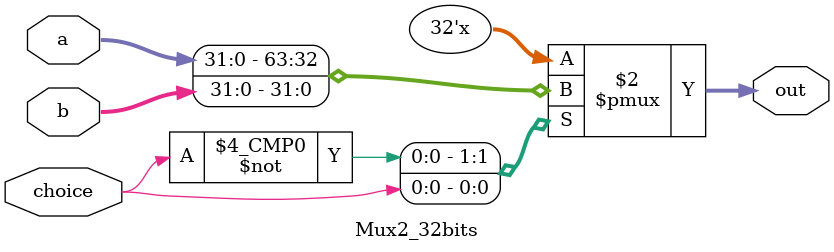
<source format=v>
module Mux2_32bits (
    choice,
    a, 
    b,
    out
);
    input choice;
    input [31:0] a, b;
    output reg [31:0] out;

    always @(*) begin
        case (choice)
            1'b0:   out = a;
            1'b1:   out = b; 
        endcase
    end
endmodule
</source>
